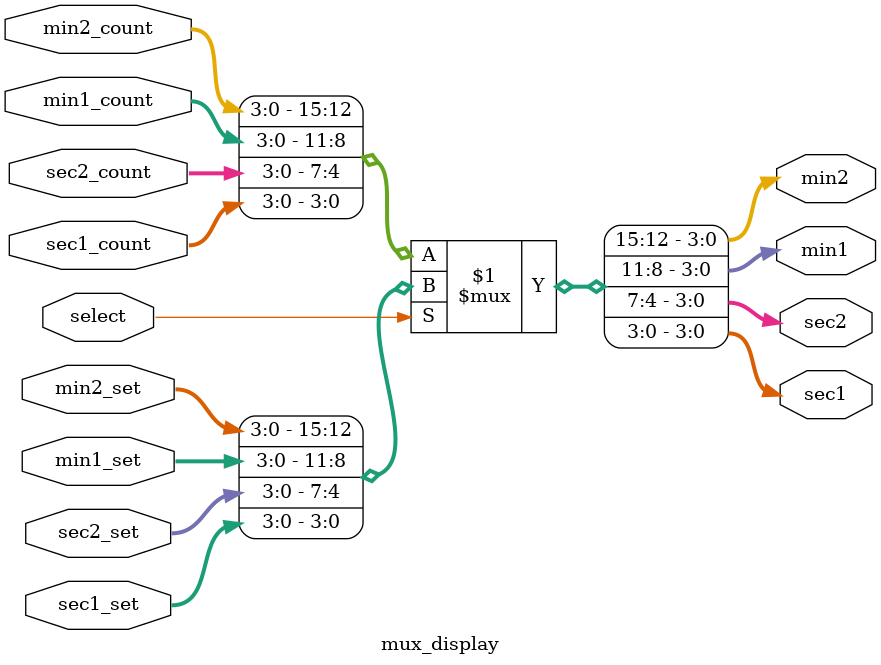
<source format=v>
`timescale 1ns / 1ps

module mux_display(
    input select,
    
    input [3:0] min1_count,
    input [3:0] min2_count,
    input [3:0] sec1_count,
    input [3:0] sec2_count,
    
    input [3:0] min1_set,
    input [3:0] min2_set,
    input [3:0] sec1_set,
    input [3:0] sec2_set,
    
    output [3:0] min1,
    output [3:0] min2,
    output [3:0] sec1,
    output [3:0] sec2
    );
    
    assign {min2,min1,sec2,sec1} = select?{min2_set,min1_set,sec2_set,sec1_set}:{min2_count,min1_count,sec2_count,sec1_count};
    
endmodule

</source>
